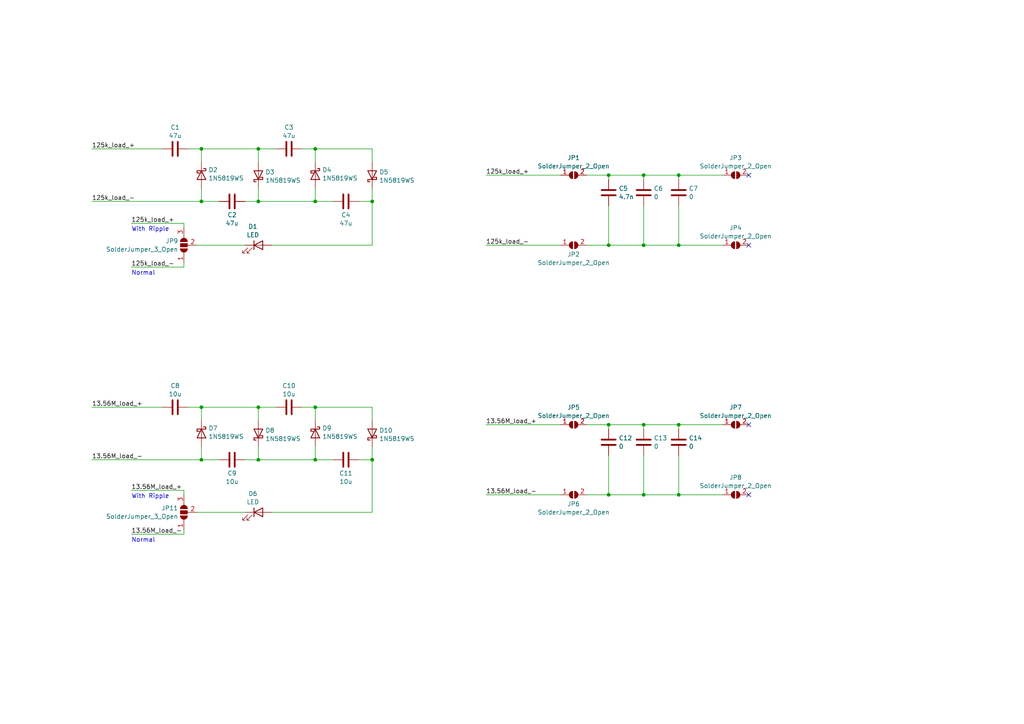
<source format=kicad_sch>
(kicad_sch (version 20231120) (generator "eeschema") (generator_version "8.0")
  (paper "A4")
  (title_block (title "RFIDetector") (rev "0.12") (company "wh201906"))
  (lib_symbols
    (symbol "Device:C" (pin_numbers hide) (pin_names (offset 0.254))
      (property "Reference" "C" (at 0.635 2.54 0))
      (property "Value" "C" (at 0.635 -2.54 0))
      (symbol "C_0_1"
        (polyline (pts (xy -2.032 -0.762) (xy 2.032 -0.762)) (stroke (width 0.508)))
        (polyline (pts (xy -2.032 0.762) (xy 2.032 0.762)) (stroke (width 0.508)))
      )
      (symbol "C_1_1"
        (pin passive line (at 0 3.81 270) (length 2.794) (name "~") (number "1"))
        (pin passive line (at 0 -3.81 90) (length 2.794) (name "~") (number "2"))
      )
    )
    (symbol "Device:LED" (pin_numbers hide) (pin_names (offset 1.016) hide)
      (property "Reference" "D" (at 0 2.54 0))
      (property "Value" "LED" (at 0 -2.54 0))
      (symbol "LED_0_1"
        (polyline (pts (xy -1.27 -1.27) (xy -1.27 1.27)) (stroke (width 0.254)))
        (polyline (pts (xy -1.27 0) (xy 1.27 0)))
        (polyline (pts (xy 1.27 -1.27) (xy 1.27 1.27) (xy -1.27 0) (xy 1.27 -1.27)) (stroke (width 0.254)))
        (polyline (pts (xy -3.048 -0.762) (xy -4.572 -2.286) (xy -3.81 -2.286) (xy -4.572 -2.286) (xy -4.572 -1.524)))
        (polyline (pts (xy -1.778 -0.762) (xy -3.302 -2.286) (xy -2.54 -2.286) (xy -3.302 -2.286) (xy -3.302 -1.524)))
      )
      (symbol "LED_1_1"
        (pin passive line (at -3.81 0 0) (length 2.54) (name "K") (number "1"))
        (pin passive line (at 3.81 0 180) (length 2.54) (name "A") (number "2"))
      )
    )
    (symbol "Diode:1N5819WS" (pin_numbers hide) (pin_names (offset 1.016) hide)
      (property "Reference" "D" (at 0 2.54 0))
      (property "Value" "1N5819WS" (at 0 -2.54 0))
      (symbol "1N5819WS_0_1"
        (polyline (pts (xy 1.27 0) (xy -1.27 0)))
        (polyline (pts (xy 1.27 1.27) (xy 1.27 -1.27) (xy -1.27 0) (xy 1.27 1.27)) (stroke (width 0.254)))
        (polyline (pts (xy -1.905 0.635) (xy -1.905 1.27) (xy -1.27 1.27) (xy -1.27 -1.27) (xy -0.635 -1.27) (xy -0.635 -0.635)) (stroke (width 0.254)))
      )
      (symbol "1N5819WS_1_1"
        (pin passive line (at -3.81 0 0) (length 2.54) (name "K") (number "1"))
        (pin passive line (at 3.81 0 180) (length 2.54) (name "A") (number "2"))
      )
    )
    (symbol "Jumper:SolderJumper_2_Open" (pin_names (offset 0) hide)
      (property "Reference" "JP" (at 0 2.032 0))
      (property "Value" "SolderJumper_2_Open" (at 0 -2.54 0))
      (symbol "SolderJumper_2_Open_0_1"
        (arc (start -0.254 1.016) (mid -1.2656 0) (end -0.254 -1.016))
        (arc (start -0.254 1.016) (mid -1.2656 0) (end -0.254 -1.016) (fill (type outline)))
        (polyline (pts (xy -0.254 1.016) (xy -0.254 -1.016)))
        (polyline (pts (xy 0.254 1.016) (xy 0.254 -1.016)))
        (arc (start 0.254 -1.016) (mid 1.2656 0) (end 0.254 1.016))
        (arc (start 0.254 -1.016) (mid 1.2656 0) (end 0.254 1.016) (fill (type outline)))
      )
      (symbol "SolderJumper_2_Open_1_1"
        (pin passive line (at -3.81 0 0) (length 2.54) (name "A") (number "1"))
        (pin passive line (at 3.81 0 180) (length 2.54) (name "B") (number "2"))
      )
    )
    (symbol "Jumper:SolderJumper_3_Open" (pin_names (offset 0) hide)
      (property "Reference" "JP" (at -2.54 -2.54 0))
      (property "Value" "SolderJumper_3_Open" (at 0 2.794 0))
      (symbol "SolderJumper_3_Open_0_1"
        (arc (start -1.016 1.016) (mid -2.0276 0) (end -1.016 -1.016))
        (arc (start -1.016 1.016) (mid -2.0276 0) (end -1.016 -1.016) (fill (type outline)))
        (rectangle (start -0.508 1.016) (end 0.508 -1.016) (fill (type outline)))
        (polyline (pts (xy -2.54 0) (xy -2.032 0)))
        (polyline (pts (xy -1.016 1.016) (xy -1.016 -1.016)))
        (polyline (pts (xy 0 -1.27) (xy 0 -1.016)))
        (polyline (pts (xy 1.016 1.016) (xy 1.016 -1.016)))
        (polyline (pts (xy 2.54 0) (xy 2.032 0)))
        (arc (start 1.016 -1.016) (mid 2.0276 0) (end 1.016 1.016))
        (arc (start 1.016 -1.016) (mid 2.0276 0) (end 1.016 1.016) (fill (type outline)))
      )
      (symbol "SolderJumper_3_Open_1_1"
        (pin passive line (at -5.08 0 0) (length 2.54) (name "A") (number "1"))
        (pin passive line (at 0 -3.81 90) (length 2.54) (name "C") (number "2"))
        (pin passive line (at 5.08 0 180) (length 2.54) (name "B") (number "3"))
      )
    )
  )
  (junction (at 186.69 143.51))
  (junction (at 196.85 50.8))
  (junction (at 176.53 71.12))
  (junction (at 91.44 118.11))
  (junction (at 91.44 43.18))
  (junction (at 186.69 71.12))
  (junction (at 186.69 50.8))
  (junction (at 186.69 123.19))
  (junction (at 58.42 118.11))
  (junction (at 74.93 133.35))
  (junction (at 196.85 71.12))
  (junction (at 107.95 133.35))
  (junction (at 176.53 123.19))
  (junction (at 176.53 143.51))
  (junction (at 107.95 58.42))
  (junction (at 58.42 43.18))
  (junction (at 74.93 118.11))
  (junction (at 58.42 133.35))
  (junction (at 74.93 43.18))
  (junction (at 176.53 50.8))
  (junction (at 74.93 58.42))
  (junction (at 196.85 143.51))
  (junction (at 91.44 58.42))
  (junction (at 91.44 133.35))
  (junction (at 196.85 123.19))
  (junction (at 58.42 58.42))
  (no_connect (at 217.17 50.8))
  (no_connect (at 217.17 123.19))
  (no_connect (at 217.17 71.12))
  (no_connect (at 217.17 143.51))
  (wire (pts (xy 107.95 58.42) (xy 107.95 71.12)))
  (wire (pts (xy 58.42 129.54) (xy 58.42 133.35)))
  (wire (pts (xy 196.85 71.12) (xy 209.55 71.12)))
  (wire (pts (xy 176.53 143.51) (xy 186.69 143.51)))
  (wire (pts (xy 140.97 123.19) (xy 162.56 123.19)))
  (wire (pts (xy 186.69 123.19) (xy 196.85 123.19)))
  (wire (pts (xy 176.53 59.69) (xy 176.53 71.12)))
  (wire (pts (xy 58.42 46.99) (xy 58.42 43.18)))
  (wire (pts (xy 186.69 71.12) (xy 176.53 71.12)))
  (wire (pts (xy 58.42 118.11) (xy 74.93 118.11)))
  (wire (pts (xy 53.34 142.24) (xy 38.1 142.24)))
  (wire (pts (xy 196.85 123.19) (xy 196.85 124.46)))
  (wire (pts (xy 91.44 58.42) (xy 91.44 54.61)))
  (wire (pts (xy 74.93 46.99) (xy 74.93 43.18)))
  (wire (pts (xy 107.95 148.59) (xy 78.74 148.59)))
  (wire (pts (xy 74.93 43.18) (xy 80.01 43.18)))
  (wire (pts (xy 196.85 59.69) (xy 196.85 71.12)))
  (wire (pts (xy 186.69 143.51) (xy 196.85 143.51)))
  (wire (pts (xy 87.63 43.18) (xy 91.44 43.18)))
  (wire (pts (xy 107.95 43.18) (xy 91.44 43.18)))
  (wire (pts (xy 26.67 58.42) (xy 58.42 58.42)))
  (wire (pts (xy 186.69 123.19) (xy 186.69 124.46)))
  (wire (pts (xy 91.44 133.35) (xy 96.52 133.35)))
  (wire (pts (xy 140.97 50.8) (xy 162.56 50.8)))
  (wire (pts (xy 107.95 71.12) (xy 78.74 71.12)))
  (wire (pts (xy 53.34 64.77) (xy 38.1 64.77)))
  (wire (pts (xy 74.93 133.35) (xy 91.44 133.35)))
  (wire (pts (xy 176.53 50.8) (xy 176.53 52.07)))
  (wire (pts (xy 74.93 58.42) (xy 91.44 58.42)))
  (wire (pts (xy 87.63 118.11) (xy 91.44 118.11)))
  (wire (pts (xy 54.61 118.11) (xy 58.42 118.11)))
  (wire (pts (xy 186.69 50.8) (xy 186.69 52.07)))
  (wire (pts (xy 140.97 71.12) (xy 162.56 71.12)))
  (wire (pts (xy 196.85 50.8) (xy 209.55 50.8)))
  (wire (pts (xy 53.34 77.47) (xy 38.1 77.47)))
  (wire (pts (xy 170.18 71.12) (xy 176.53 71.12)))
  (wire (pts (xy 71.12 58.42) (xy 74.93 58.42)))
  (wire (pts (xy 186.69 132.08) (xy 186.69 143.51)))
  (wire (pts (xy 53.34 66.04) (xy 53.34 64.77)))
  (wire (pts (xy 74.93 58.42) (xy 74.93 54.61)))
  (wire (pts (xy 71.12 133.35) (xy 74.93 133.35)))
  (wire (pts (xy 53.34 76.2) (xy 53.34 77.47)))
  (wire (pts (xy 26.67 118.11) (xy 46.99 118.11)))
  (wire (pts (xy 176.53 123.19) (xy 176.53 124.46)))
  (wire (pts (xy 186.69 50.8) (xy 196.85 50.8)))
  (wire (pts (xy 170.18 143.51) (xy 176.53 143.51)))
  (wire (pts (xy 74.93 118.11) (xy 80.01 118.11)))
  (wire (pts (xy 107.95 46.99) (xy 107.95 43.18)))
  (wire (pts (xy 58.42 43.18) (xy 74.93 43.18)))
  (wire (pts (xy 107.95 133.35) (xy 107.95 129.54)))
  (wire (pts (xy 176.53 132.08) (xy 176.53 143.51)))
  (wire (pts (xy 107.95 118.11) (xy 91.44 118.11)))
  (wire (pts (xy 91.44 58.42) (xy 96.52 58.42)))
  (wire (pts (xy 196.85 132.08) (xy 196.85 143.51)))
  (wire (pts (xy 140.97 143.51) (xy 162.56 143.51)))
  (wire (pts (xy 186.69 59.69) (xy 186.69 71.12)))
  (wire (pts (xy 26.67 43.18) (xy 46.99 43.18)))
  (wire (pts (xy 107.95 121.92) (xy 107.95 118.11)))
  (wire (pts (xy 196.85 143.51) (xy 209.55 143.51)))
  (wire (pts (xy 196.85 52.07) (xy 196.85 50.8)))
  (wire (pts (xy 53.34 153.67) (xy 53.34 154.94)))
  (wire (pts (xy 176.53 123.19) (xy 186.69 123.19)))
  (wire (pts (xy 26.67 133.35) (xy 58.42 133.35)))
  (wire (pts (xy 104.14 58.42) (xy 107.95 58.42)))
  (wire (pts (xy 53.34 154.94) (xy 38.1 154.94)))
  (wire (pts (xy 91.44 43.18) (xy 91.44 46.99)))
  (wire (pts (xy 54.61 43.18) (xy 58.42 43.18)))
  (wire (pts (xy 74.93 121.92) (xy 74.93 118.11)))
  (wire (pts (xy 91.44 118.11) (xy 91.44 121.92)))
  (wire (pts (xy 107.95 58.42) (xy 107.95 54.61)))
  (wire (pts (xy 107.95 133.35) (xy 107.95 148.59)))
  (wire (pts (xy 170.18 50.8) (xy 176.53 50.8)))
  (wire (pts (xy 170.18 123.19) (xy 176.53 123.19)))
  (wire (pts (xy 58.42 54.61) (xy 58.42 58.42)))
  (wire (pts (xy 196.85 71.12) (xy 186.69 71.12)))
  (wire (pts (xy 58.42 58.42) (xy 63.5 58.42)))
  (wire (pts (xy 58.42 121.92) (xy 58.42 118.11)))
  (wire (pts (xy 71.12 148.59) (xy 57.15 148.59)))
  (wire (pts (xy 58.42 133.35) (xy 63.5 133.35)))
  (wire (pts (xy 71.12 71.12) (xy 57.15 71.12)))
  (wire (pts (xy 196.85 123.19) (xy 209.55 123.19)))
  (wire (pts (xy 104.14 133.35) (xy 107.95 133.35)))
  (wire (pts (xy 53.34 143.51) (xy 53.34 142.24)))
  (wire (pts (xy 74.93 133.35) (xy 74.93 129.54)))
  (wire (pts (xy 176.53 50.8) (xy 186.69 50.8)))
  (wire (pts (xy 91.44 133.35) (xy 91.44 129.54)))
  (text "Normal" (at 38.1 80.01 0) (effects (font (size 1.27 1.27)) (justify left bottom)))
  (text "With Ripple" (at 38.1 67.31 0) (effects (font (size 1.27 1.27)) (justify left bottom)))
  (text "With Ripple" (at 38.1 144.78 0) (effects (font (size 1.27 1.27)) (justify left bottom)))
  (text "Normal" (at 38.1 157.48 0) (effects (font (size 1.27 1.27)) (justify left bottom)))
  (label "13.56M_load_+" (at 38.1 142.24 0))
  (label "13.56M_load_-" (at 140.97 143.51 0))
  (label "125k_load_-" (at 38.1 77.47 0))
  (label "13.56M_load_+" (at 140.97 123.19 0))
  (label "13.56M_load_-" (at 38.1 154.94 0))
  (label "125k_load_-" (at 26.67 58.42 0))
  (label "125k_load_+" (at 140.97 50.8 0))
  (label "125k_load_-" (at 140.97 71.12 0))
  (label "125k_load_+" (at 26.67 43.18 0))
  (label "13.56M_load_-" (at 26.67 133.35 0))
  (label "13.56M_load_+" (at 26.67 118.11 0))
  (label "125k_load_+" (at 38.1 64.77 0))
  (symbol (lib_id "Device:C") (at 196.85 55.88 180) (unit 1)
    (property "Reference" "C7" (at 199.771 54.6679 0) (effects (justify right)))
    (property "Value" "0" (at 199.771 57.0921 0) (effects (justify right)))
    (property "Footprint" "Capacitor_SMD:C_0603_1608Metric_Pad1.08x0.95mm_HandSolder" (effects (hide yes)))
  )
  (symbol (lib_id "Jumper:SolderJumper_2_Open") (at 213.36 71.12 0) (unit 1)
    (property "Reference" "JP4" (at 213.36 66.0867 0))
    (property "Value" "SolderJumper_2_Open" (at 213.36 68.5109 0))
    (property "Footprint" "Jumper:SolderJumper-2_P1.3mm_Open_RoundedPad1.0x1.5mm" (effects (hide yes)))
  )
  (symbol (lib_id "Jumper:SolderJumper_2_Open") (at 166.37 50.8 0) (unit 1)
    (property "Reference" "JP1" (at 166.37 45.7667 0))
    (property "Value" "SolderJumper_2_Open" (at 166.37 48.1909 0))
    (property "Footprint" "Jumper:SolderJumper-2_P1.3mm_Open_RoundedPad1.0x1.5mm" (effects (hide yes)))
  )
  (symbol (lib_id "Device:C") (at 186.69 128.27 0) (unit 1)
    (property "Reference" "C13" (at 189.611 127.0579 0) (effects (justify left)))
    (property "Value" "0" (at 189.611 129.4821 0) (effects (justify left)))
    (property "Footprint" "Capacitor_SMD:C_0603_1608Metric_Pad1.08x0.95mm_HandSolder" (effects (hide yes)))
  )
  (symbol (lib_id "Diode:1N5819WS") (at 74.93 125.73 90) (unit 1)
    (property "Reference" "D8" (at 76.962 124.8354 90) (effects (justify right)))
    (property "Value" "1N5819WS" (at 76.962 127.2596 90) (effects (justify right)))
    (property "Footprint" "Diode_SMD:D_SOD-323_HandSoldering" (effects (hide yes)))
    (property "Datasheet" "https://datasheet.lcsc.com/lcsc/2204281430_Guangdong-Hottech-1N5819WS_C191023.pdf" (effects (hide yes)))
  )
  (symbol (lib_id "Jumper:SolderJumper_2_Open") (at 213.36 123.19 0) (unit 1)
    (property "Reference" "JP7" (at 213.36 118.1567 0))
    (property "Value" "SolderJumper_2_Open" (at 213.36 120.5809 0))
    (property "Footprint" "Jumper:SolderJumper-2_P1.3mm_Open_RoundedPad1.0x1.5mm" (effects (hide yes)))
  )
  (symbol (lib_id "Device:LED") (at 74.93 148.59 0) (unit 1)
    (property "Reference" "D6" (at 73.3425 143.1757 0))
    (property "Value" "LED" (at 73.3425 145.5999 0))
    (property "Footprint" "LED_SMD:LED_0603_1608Metric_Pad1.05x0.95mm_HandSolder" (effects (hide yes)))
  )
  (symbol (lib_id "Jumper:SolderJumper_2_Open") (at 166.37 123.19 0) (unit 1)
    (property "Reference" "JP5" (at 166.37 118.1567 0))
    (property "Value" "SolderJumper_2_Open" (at 166.37 120.5809 0))
    (property "Footprint" "Jumper:SolderJumper-2_P1.3mm_Open_RoundedPad1.0x1.5mm" (effects (hide yes)))
  )
  (symbol (lib_id "Jumper:SolderJumper_2_Open") (at 166.37 71.12 0) (unit 1)
    (property "Reference" "JP2" (at 166.37 73.7758 0))
    (property "Value" "SolderJumper_2_Open" (at 166.37 76.2 0))
    (property "Footprint" "Jumper:SolderJumper-2_P1.3mm_Open_RoundedPad1.0x1.5mm" (effects (hide yes)))
  )
  (symbol (lib_id "Device:LED") (at 74.93 71.12 0) (unit 1)
    (property "Reference" "D1" (at 73.3425 65.7057 0))
    (property "Value" "LED" (at 73.3425 68.1299 0))
    (property "Footprint" "LED_SMD:LED_0603_1608Metric_Pad1.05x0.95mm_HandSolder" (effects (hide yes)))
  )
  (symbol (lib_id "Device:C") (at 176.53 55.88 180) (unit 1)
    (property "Reference" "C5" (at 179.451 54.6679 0) (effects (justify right)))
    (property "Value" "4.7n" (at 179.451 57.0921 0) (effects (justify right)))
    (property "Footprint" "Capacitor_SMD:C_0603_1608Metric_Pad1.08x0.95mm_HandSolder" (effects (hide yes)))
  )
  (symbol (lib_id "Jumper:SolderJumper_2_Open") (at 166.37 143.51 0) (unit 1)
    (property "Reference" "JP6" (at 166.37 146.1658 0))
    (property "Value" "SolderJumper_2_Open" (at 166.37 148.59 0))
    (property "Footprint" "Jumper:SolderJumper-2_P1.3mm_Open_RoundedPad1.0x1.5mm" (effects (hide yes)))
  )
  (symbol (lib_id "Diode:1N5819WS") (at 107.95 125.73 90) (unit 1)
    (property "Reference" "D10" (at 109.982 124.8354 90) (effects (justify right)))
    (property "Value" "1N5819WS" (at 109.982 127.2596 90) (effects (justify right)))
    (property "Footprint" "Diode_SMD:D_SOD-323_HandSoldering" (effects (hide yes)))
    (property "Datasheet" "https://datasheet.lcsc.com/lcsc/2204281430_Guangdong-Hottech-1N5819WS_C191023.pdf" (effects (hide yes)))
  )
  (symbol (lib_id "Device:C") (at 67.31 58.42 90) (unit 1)
    (property "Reference" "C2" (at 67.31 62.3458 90))
    (property "Value" "47u" (at 67.31 64.77 90))
    (property "Footprint" "Capacitor_SMD:C_0603_1608Metric_Pad1.08x0.95mm_HandSolder" (effects (hide yes)))
  )
  (symbol (lib_id "Diode:1N5819WS") (at 58.42 50.8 270) (unit 1)
    (property "Reference" "D2" (at 60.452 49.2704 90) (effects (justify left)))
    (property "Value" "1N5819WS" (at 60.452 51.6946 90) (effects (justify left)))
    (property "Footprint" "Diode_SMD:D_SOD-323_HandSoldering" (effects (hide yes)))
    (property "Datasheet" "https://datasheet.lcsc.com/lcsc/2204281430_Guangdong-Hottech-1N5819WS_C191023.pdf" (effects (hide yes)))
  )
  (symbol (lib_id "Device:C") (at 100.33 133.35 90) (unit 1)
    (property "Reference" "C11" (at 100.33 137.2758 90))
    (property "Value" "10u" (at 100.33 139.7 90))
    (property "Footprint" "Capacitor_SMD:C_0603_1608Metric_Pad1.08x0.95mm_HandSolder" (effects (hide yes)))
  )
  (symbol (lib_id "Jumper:SolderJumper_3_Open") (at 53.34 148.59 90) (unit 1)
    (property "Reference" "JP11" (at 51.689 147.3779 90) (effects (justify left)))
    (property "Value" "SolderJumper_3_Open" (at 51.689 149.8021 90) (effects (justify left)))
    (property "Footprint" "Jumper:SolderJumper-3_P1.3mm_Open_RoundedPad1.0x1.5mm" (effects (hide yes)))
  )
  (symbol (lib_id "Jumper:SolderJumper_3_Open") (at 53.34 71.12 90) (unit 1)
    (property "Reference" "JP9" (at 51.689 69.9079 90) (effects (justify left)))
    (property "Value" "SolderJumper_3_Open" (at 51.689 72.3321 90) (effects (justify left)))
    (property "Footprint" "Jumper:SolderJumper-3_P1.3mm_Open_RoundedPad1.0x1.5mm" (effects (hide yes)))
  )
  (symbol (lib_id "Device:C") (at 50.8 43.18 90) (unit 1)
    (property "Reference" "C1" (at 50.8 36.9458 90))
    (property "Value" "47u" (at 50.8 39.37 90))
    (property "Footprint" "Capacitor_SMD:C_0603_1608Metric_Pad1.08x0.95mm_HandSolder" (effects (hide yes)))
  )
  (symbol (lib_id "Device:C") (at 100.33 58.42 90) (unit 1)
    (property "Reference" "C4" (at 100.33 62.3458 90))
    (property "Value" "47u" (at 100.33 64.77 90))
    (property "Footprint" "Capacitor_SMD:C_0603_1608Metric_Pad1.08x0.95mm_HandSolder" (effects (hide yes)))
  )
  (symbol (lib_id "Jumper:SolderJumper_2_Open") (at 213.36 143.51 0) (unit 1)
    (property "Reference" "JP8" (at 213.36 138.4767 0))
    (property "Value" "SolderJumper_2_Open" (at 213.36 140.9009 0))
    (property "Footprint" "Jumper:SolderJumper-2_P1.3mm_Open_RoundedPad1.0x1.5mm" (effects (hide yes)))
  )
  (symbol (lib_id "Diode:1N5819WS") (at 74.93 50.8 90) (unit 1)
    (property "Reference" "D3" (at 76.962 49.9054 90) (effects (justify right)))
    (property "Value" "1N5819WS" (at 76.962 52.3296 90) (effects (justify right)))
    (property "Footprint" "Diode_SMD:D_SOD-323_HandSoldering" (effects (hide yes)))
    (property "Datasheet" "https://datasheet.lcsc.com/lcsc/2204281430_Guangdong-Hottech-1N5819WS_C191023.pdf" (effects (hide yes)))
  )
  (symbol (lib_id "Device:C") (at 67.31 133.35 90) (unit 1)
    (property "Reference" "C9" (at 67.31 137.2758 90))
    (property "Value" "10u" (at 67.31 139.7 90))
    (property "Footprint" "Capacitor_SMD:C_0603_1608Metric_Pad1.08x0.95mm_HandSolder" (effects (hide yes)))
  )
  (symbol (lib_id "Diode:1N5819WS") (at 91.44 50.8 270) (unit 1)
    (property "Reference" "D4" (at 93.472 49.2704 90) (effects (justify left)))
    (property "Value" "1N5819WS" (at 93.472 51.6946 90) (effects (justify left)))
    (property "Footprint" "Diode_SMD:D_SOD-323_HandSoldering" (effects (hide yes)))
    (property "Datasheet" "https://datasheet.lcsc.com/lcsc/2204281430_Guangdong-Hottech-1N5819WS_C191023.pdf" (effects (hide yes)))
  )
  (symbol (lib_id "Jumper:SolderJumper_2_Open") (at 213.36 50.8 0) (unit 1)
    (property "Reference" "JP3" (at 213.36 45.7667 0))
    (property "Value" "SolderJumper_2_Open" (at 213.36 48.1909 0))
    (property "Footprint" "Jumper:SolderJumper-2_P1.3mm_Open_RoundedPad1.0x1.5mm" (effects (hide yes)))
  )
  (symbol (lib_id "Device:C") (at 186.69 55.88 180) (unit 1)
    (property "Reference" "C6" (at 189.611 54.6679 0) (effects (justify right)))
    (property "Value" "0" (at 189.611 57.0921 0) (effects (justify right)))
    (property "Footprint" "Capacitor_SMD:C_0603_1608Metric_Pad1.08x0.95mm_HandSolder" (effects (hide yes)))
  )
  (symbol (lib_id "Diode:1N5819WS") (at 58.42 125.73 270) (unit 1)
    (property "Reference" "D7" (at 60.452 124.2004 90) (effects (justify left)))
    (property "Value" "1N5819WS" (at 60.452 126.6246 90) (effects (justify left)))
    (property "Footprint" "Diode_SMD:D_SOD-323_HandSoldering" (effects (hide yes)))
    (property "Datasheet" "https://datasheet.lcsc.com/lcsc/2204281430_Guangdong-Hottech-1N5819WS_C191023.pdf" (effects (hide yes)))
  )
  (symbol (lib_id "Device:C") (at 196.85 128.27 0) (unit 1)
    (property "Reference" "C14" (at 199.771 127.0579 0) (effects (justify left)))
    (property "Value" "0" (at 199.771 129.4821 0) (effects (justify left)))
    (property "Footprint" "Capacitor_SMD:C_0603_1608Metric_Pad1.08x0.95mm_HandSolder" (effects (hide yes)))
  )
  (symbol (lib_id "Diode:1N5819WS") (at 91.44 125.73 270) (unit 1)
    (property "Reference" "D9" (at 93.472 124.2004 90) (effects (justify left)))
    (property "Value" "1N5819WS" (at 93.472 126.6246 90) (effects (justify left)))
    (property "Footprint" "Diode_SMD:D_SOD-323_HandSoldering" (effects (hide yes)))
    (property "Datasheet" "https://datasheet.lcsc.com/lcsc/2204281430_Guangdong-Hottech-1N5819WS_C191023.pdf" (effects (hide yes)))
  )
  (symbol (lib_id "Device:C") (at 176.53 128.27 0) (unit 1)
    (property "Reference" "C12" (at 179.451 127.0579 0) (effects (justify left)))
    (property "Value" "0" (at 179.451 129.4821 0) (effects (justify left)))
    (property "Footprint" "Capacitor_SMD:C_0603_1608Metric_Pad1.08x0.95mm_HandSolder" (effects (hide yes)))
  )
  (symbol (lib_id "Diode:1N5819WS") (at 107.95 50.8 90) (unit 1)
    (property "Reference" "D5" (at 109.982 49.9054 90) (effects (justify right)))
    (property "Value" "1N5819WS" (at 109.982 52.3296 90) (effects (justify right)))
    (property "Footprint" "Diode_SMD:D_SOD-323_HandSoldering" (effects (hide yes)))
    (property "Datasheet" "https://datasheet.lcsc.com/lcsc/2204281430_Guangdong-Hottech-1N5819WS_C191023.pdf" (effects (hide yes)))
  )
  (symbol (lib_id "Device:C") (at 83.82 43.18 90) (unit 1)
    (property "Reference" "C3" (at 83.82 36.9458 90))
    (property "Value" "47u" (at 83.82 39.37 90))
    (property "Footprint" "Capacitor_SMD:C_0603_1608Metric_Pad1.08x0.95mm_HandSolder" (effects (hide yes)))
  )
  (symbol (lib_id "Device:C") (at 50.8 118.11 90) (unit 1)
    (property "Reference" "C8" (at 50.8 111.8758 90))
    (property "Value" "10u" (at 50.8 114.3 90))
    (property "Footprint" "Capacitor_SMD:C_0603_1608Metric_Pad1.08x0.95mm_HandSolder" (effects (hide yes)))
  )
  (symbol (lib_id "Device:C") (at 83.82 118.11 90) (unit 1)
    (property "Reference" "C10" (at 83.82 111.8758 90))
    (property "Value" "10u" (at 83.82 114.3 90))
    (property "Footprint" "Capacitor_SMD:C_0603_1608Metric_Pad1.08x0.95mm_HandSolder" (effects (hide yes)))
  )
)
</source>
